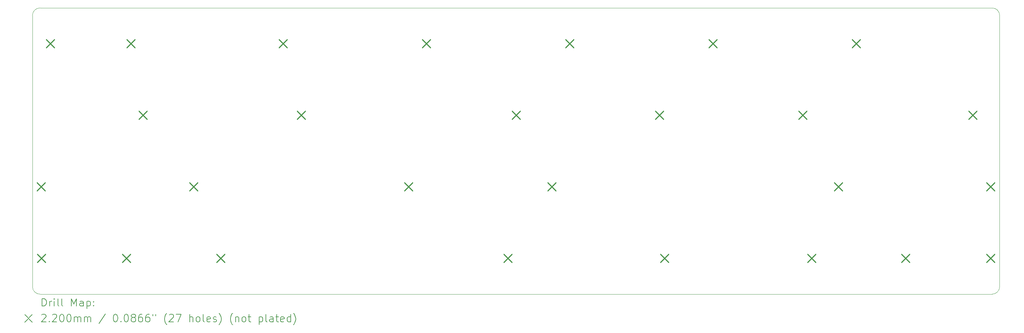
<source format=gbr>
%TF.GenerationSoftware,KiCad,Pcbnew,7.0.8-7.0.8~ubuntu23.04.1*%
%TF.CreationDate,Date%
%TF.ProjectId,plate,706c6174-652e-46b6-9963-61645f706362,rev?*%
%TF.SameCoordinates,Original*%
%TF.FileFunction,Drillmap*%
%TF.FilePolarity,Positive*%
%FSLAX45Y45*%
G04 Gerber Fmt 4.5, Leading zero omitted, Abs format (unit mm)*
G04 Created by KiCad*
%MOMM*%
%LPD*%
G01*
G04 APERTURE LIST*
%ADD10C,0.100000*%
%ADD11C,0.200000*%
%ADD12C,0.220000*%
G04 APERTURE END LIST*
D10*
X2136375Y-5359750D02*
G75*
G03*
X1936375Y-5559750I0J-200000D01*
G01*
X1936375Y-12779750D02*
X1936375Y-5559750D01*
X27653875Y-5559750D02*
X27653875Y-12779750D01*
X27453875Y-12979745D02*
G75*
G03*
X27653875Y-12779750I5J199995D01*
G01*
X1936375Y-12779750D02*
G75*
G03*
X2136375Y-12979750I200000J0D01*
G01*
X27453875Y-5359750D02*
X2136375Y-5359750D01*
X2136375Y-12979750D02*
X27453875Y-12979750D01*
X27653880Y-5559750D02*
G75*
G03*
X27453875Y-5359750I-200000J0D01*
G01*
D11*
D12*
X2057000Y-10012250D02*
X2277000Y-10232250D01*
X2277000Y-10012250D02*
X2057000Y-10232250D01*
X2064500Y-11917250D02*
X2284500Y-12137250D01*
X2284500Y-11917250D02*
X2064500Y-12137250D01*
X2302625Y-6202250D02*
X2522625Y-6422250D01*
X2522625Y-6202250D02*
X2302625Y-6422250D01*
X4326688Y-11917250D02*
X4546688Y-12137250D01*
X4546688Y-11917250D02*
X4326688Y-12137250D01*
X4445750Y-6202250D02*
X4665750Y-6422250D01*
X4665750Y-6202250D02*
X4445750Y-6422250D01*
X4764500Y-8107250D02*
X4984500Y-8327250D01*
X4984500Y-8107250D02*
X4764500Y-8327250D01*
X6112625Y-10012250D02*
X6332625Y-10232250D01*
X6332625Y-10012250D02*
X6112625Y-10232250D01*
X6827000Y-11917250D02*
X7047000Y-12137250D01*
X7047000Y-11917250D02*
X6827000Y-12137250D01*
X8493875Y-6202250D02*
X8713875Y-6422250D01*
X8713875Y-6202250D02*
X8493875Y-6422250D01*
X8970125Y-8107250D02*
X9190125Y-8327250D01*
X9190125Y-8107250D02*
X8970125Y-8327250D01*
X11827625Y-10012250D02*
X12047625Y-10232250D01*
X12047625Y-10012250D02*
X11827625Y-10232250D01*
X12303875Y-6202250D02*
X12523875Y-6422250D01*
X12523875Y-6202250D02*
X12303875Y-6422250D01*
X14465862Y-11917215D02*
X14685862Y-12137215D01*
X14685862Y-11917215D02*
X14465862Y-12137215D01*
X14687625Y-8107250D02*
X14907625Y-8327250D01*
X14907625Y-8107250D02*
X14687625Y-8327250D01*
X15637625Y-10012250D02*
X15857625Y-10232250D01*
X15857625Y-10012250D02*
X15637625Y-10232250D01*
X16113875Y-6202250D02*
X16333875Y-6422250D01*
X16333875Y-6202250D02*
X16113875Y-6422250D01*
X18495125Y-8107250D02*
X18715125Y-8327250D01*
X18715125Y-8107250D02*
X18495125Y-8327250D01*
X18633050Y-11917250D02*
X18853050Y-12137250D01*
X18853050Y-11917250D02*
X18633050Y-12137250D01*
X19923875Y-6202250D02*
X20143875Y-6422250D01*
X20143875Y-6202250D02*
X19923875Y-6422250D01*
X22305125Y-8107250D02*
X22525125Y-8327250D01*
X22525125Y-8107250D02*
X22305125Y-8327250D01*
X22543170Y-11917250D02*
X22763170Y-12137250D01*
X22763170Y-11917250D02*
X22543170Y-12137250D01*
X23257625Y-10012250D02*
X23477625Y-10232250D01*
X23477625Y-10012250D02*
X23257625Y-10232250D01*
X23733875Y-6202250D02*
X23953875Y-6422250D01*
X23953875Y-6202250D02*
X23733875Y-6422250D01*
X25043562Y-11917250D02*
X25263562Y-12137250D01*
X25263562Y-11917250D02*
X25043562Y-12137250D01*
X26829500Y-8107250D02*
X27049500Y-8327250D01*
X27049500Y-8107250D02*
X26829500Y-8327250D01*
X27305750Y-10012250D02*
X27525750Y-10232250D01*
X27525750Y-10012250D02*
X27305750Y-10232250D01*
X27305750Y-11917250D02*
X27525750Y-12137250D01*
X27525750Y-11917250D02*
X27305750Y-12137250D01*
D11*
X2192152Y-13296234D02*
X2192152Y-13096234D01*
X2192152Y-13096234D02*
X2239771Y-13096234D01*
X2239771Y-13096234D02*
X2268342Y-13105758D01*
X2268342Y-13105758D02*
X2287390Y-13124805D01*
X2287390Y-13124805D02*
X2296914Y-13143853D01*
X2296914Y-13143853D02*
X2306438Y-13181948D01*
X2306438Y-13181948D02*
X2306438Y-13210519D01*
X2306438Y-13210519D02*
X2296914Y-13248615D01*
X2296914Y-13248615D02*
X2287390Y-13267662D01*
X2287390Y-13267662D02*
X2268342Y-13286710D01*
X2268342Y-13286710D02*
X2239771Y-13296234D01*
X2239771Y-13296234D02*
X2192152Y-13296234D01*
X2392152Y-13296234D02*
X2392152Y-13162900D01*
X2392152Y-13200996D02*
X2401676Y-13181948D01*
X2401676Y-13181948D02*
X2411199Y-13172424D01*
X2411199Y-13172424D02*
X2430247Y-13162900D01*
X2430247Y-13162900D02*
X2449295Y-13162900D01*
X2515961Y-13296234D02*
X2515961Y-13162900D01*
X2515961Y-13096234D02*
X2506438Y-13105758D01*
X2506438Y-13105758D02*
X2515961Y-13115281D01*
X2515961Y-13115281D02*
X2525485Y-13105758D01*
X2525485Y-13105758D02*
X2515961Y-13096234D01*
X2515961Y-13096234D02*
X2515961Y-13115281D01*
X2639771Y-13296234D02*
X2620723Y-13286710D01*
X2620723Y-13286710D02*
X2611199Y-13267662D01*
X2611199Y-13267662D02*
X2611199Y-13096234D01*
X2744533Y-13296234D02*
X2725485Y-13286710D01*
X2725485Y-13286710D02*
X2715961Y-13267662D01*
X2715961Y-13267662D02*
X2715961Y-13096234D01*
X2973104Y-13296234D02*
X2973104Y-13096234D01*
X2973104Y-13096234D02*
X3039771Y-13239091D01*
X3039771Y-13239091D02*
X3106437Y-13096234D01*
X3106437Y-13096234D02*
X3106437Y-13296234D01*
X3287390Y-13296234D02*
X3287390Y-13191472D01*
X3287390Y-13191472D02*
X3277866Y-13172424D01*
X3277866Y-13172424D02*
X3258818Y-13162900D01*
X3258818Y-13162900D02*
X3220723Y-13162900D01*
X3220723Y-13162900D02*
X3201676Y-13172424D01*
X3287390Y-13286710D02*
X3268342Y-13296234D01*
X3268342Y-13296234D02*
X3220723Y-13296234D01*
X3220723Y-13296234D02*
X3201676Y-13286710D01*
X3201676Y-13286710D02*
X3192152Y-13267662D01*
X3192152Y-13267662D02*
X3192152Y-13248615D01*
X3192152Y-13248615D02*
X3201676Y-13229567D01*
X3201676Y-13229567D02*
X3220723Y-13220043D01*
X3220723Y-13220043D02*
X3268342Y-13220043D01*
X3268342Y-13220043D02*
X3287390Y-13210519D01*
X3382628Y-13162900D02*
X3382628Y-13362900D01*
X3382628Y-13172424D02*
X3401676Y-13162900D01*
X3401676Y-13162900D02*
X3439771Y-13162900D01*
X3439771Y-13162900D02*
X3458818Y-13172424D01*
X3458818Y-13172424D02*
X3468342Y-13181948D01*
X3468342Y-13181948D02*
X3477866Y-13200996D01*
X3477866Y-13200996D02*
X3477866Y-13258138D01*
X3477866Y-13258138D02*
X3468342Y-13277186D01*
X3468342Y-13277186D02*
X3458818Y-13286710D01*
X3458818Y-13286710D02*
X3439771Y-13296234D01*
X3439771Y-13296234D02*
X3401676Y-13296234D01*
X3401676Y-13296234D02*
X3382628Y-13286710D01*
X3563580Y-13277186D02*
X3573104Y-13286710D01*
X3573104Y-13286710D02*
X3563580Y-13296234D01*
X3563580Y-13296234D02*
X3554057Y-13286710D01*
X3554057Y-13286710D02*
X3563580Y-13277186D01*
X3563580Y-13277186D02*
X3563580Y-13296234D01*
X3563580Y-13172424D02*
X3573104Y-13181948D01*
X3573104Y-13181948D02*
X3563580Y-13191472D01*
X3563580Y-13191472D02*
X3554057Y-13181948D01*
X3554057Y-13181948D02*
X3563580Y-13172424D01*
X3563580Y-13172424D02*
X3563580Y-13191472D01*
X1731375Y-13524750D02*
X1931375Y-13724750D01*
X1931375Y-13524750D02*
X1731375Y-13724750D01*
X2182628Y-13535281D02*
X2192152Y-13525758D01*
X2192152Y-13525758D02*
X2211199Y-13516234D01*
X2211199Y-13516234D02*
X2258819Y-13516234D01*
X2258819Y-13516234D02*
X2277866Y-13525758D01*
X2277866Y-13525758D02*
X2287390Y-13535281D01*
X2287390Y-13535281D02*
X2296914Y-13554329D01*
X2296914Y-13554329D02*
X2296914Y-13573377D01*
X2296914Y-13573377D02*
X2287390Y-13601948D01*
X2287390Y-13601948D02*
X2173104Y-13716234D01*
X2173104Y-13716234D02*
X2296914Y-13716234D01*
X2382628Y-13697186D02*
X2392152Y-13706710D01*
X2392152Y-13706710D02*
X2382628Y-13716234D01*
X2382628Y-13716234D02*
X2373104Y-13706710D01*
X2373104Y-13706710D02*
X2382628Y-13697186D01*
X2382628Y-13697186D02*
X2382628Y-13716234D01*
X2468342Y-13535281D02*
X2477866Y-13525758D01*
X2477866Y-13525758D02*
X2496914Y-13516234D01*
X2496914Y-13516234D02*
X2544533Y-13516234D01*
X2544533Y-13516234D02*
X2563580Y-13525758D01*
X2563580Y-13525758D02*
X2573104Y-13535281D01*
X2573104Y-13535281D02*
X2582628Y-13554329D01*
X2582628Y-13554329D02*
X2582628Y-13573377D01*
X2582628Y-13573377D02*
X2573104Y-13601948D01*
X2573104Y-13601948D02*
X2458819Y-13716234D01*
X2458819Y-13716234D02*
X2582628Y-13716234D01*
X2706438Y-13516234D02*
X2725485Y-13516234D01*
X2725485Y-13516234D02*
X2744533Y-13525758D01*
X2744533Y-13525758D02*
X2754057Y-13535281D01*
X2754057Y-13535281D02*
X2763580Y-13554329D01*
X2763580Y-13554329D02*
X2773104Y-13592424D01*
X2773104Y-13592424D02*
X2773104Y-13640043D01*
X2773104Y-13640043D02*
X2763580Y-13678138D01*
X2763580Y-13678138D02*
X2754057Y-13697186D01*
X2754057Y-13697186D02*
X2744533Y-13706710D01*
X2744533Y-13706710D02*
X2725485Y-13716234D01*
X2725485Y-13716234D02*
X2706438Y-13716234D01*
X2706438Y-13716234D02*
X2687390Y-13706710D01*
X2687390Y-13706710D02*
X2677866Y-13697186D01*
X2677866Y-13697186D02*
X2668342Y-13678138D01*
X2668342Y-13678138D02*
X2658819Y-13640043D01*
X2658819Y-13640043D02*
X2658819Y-13592424D01*
X2658819Y-13592424D02*
X2668342Y-13554329D01*
X2668342Y-13554329D02*
X2677866Y-13535281D01*
X2677866Y-13535281D02*
X2687390Y-13525758D01*
X2687390Y-13525758D02*
X2706438Y-13516234D01*
X2896914Y-13516234D02*
X2915961Y-13516234D01*
X2915961Y-13516234D02*
X2935009Y-13525758D01*
X2935009Y-13525758D02*
X2944533Y-13535281D01*
X2944533Y-13535281D02*
X2954057Y-13554329D01*
X2954057Y-13554329D02*
X2963580Y-13592424D01*
X2963580Y-13592424D02*
X2963580Y-13640043D01*
X2963580Y-13640043D02*
X2954057Y-13678138D01*
X2954057Y-13678138D02*
X2944533Y-13697186D01*
X2944533Y-13697186D02*
X2935009Y-13706710D01*
X2935009Y-13706710D02*
X2915961Y-13716234D01*
X2915961Y-13716234D02*
X2896914Y-13716234D01*
X2896914Y-13716234D02*
X2877866Y-13706710D01*
X2877866Y-13706710D02*
X2868342Y-13697186D01*
X2868342Y-13697186D02*
X2858818Y-13678138D01*
X2858818Y-13678138D02*
X2849295Y-13640043D01*
X2849295Y-13640043D02*
X2849295Y-13592424D01*
X2849295Y-13592424D02*
X2858818Y-13554329D01*
X2858818Y-13554329D02*
X2868342Y-13535281D01*
X2868342Y-13535281D02*
X2877866Y-13525758D01*
X2877866Y-13525758D02*
X2896914Y-13516234D01*
X3049295Y-13716234D02*
X3049295Y-13582900D01*
X3049295Y-13601948D02*
X3058818Y-13592424D01*
X3058818Y-13592424D02*
X3077866Y-13582900D01*
X3077866Y-13582900D02*
X3106438Y-13582900D01*
X3106438Y-13582900D02*
X3125485Y-13592424D01*
X3125485Y-13592424D02*
X3135009Y-13611472D01*
X3135009Y-13611472D02*
X3135009Y-13716234D01*
X3135009Y-13611472D02*
X3144533Y-13592424D01*
X3144533Y-13592424D02*
X3163580Y-13582900D01*
X3163580Y-13582900D02*
X3192152Y-13582900D01*
X3192152Y-13582900D02*
X3211199Y-13592424D01*
X3211199Y-13592424D02*
X3220723Y-13611472D01*
X3220723Y-13611472D02*
X3220723Y-13716234D01*
X3315961Y-13716234D02*
X3315961Y-13582900D01*
X3315961Y-13601948D02*
X3325485Y-13592424D01*
X3325485Y-13592424D02*
X3344533Y-13582900D01*
X3344533Y-13582900D02*
X3373104Y-13582900D01*
X3373104Y-13582900D02*
X3392152Y-13592424D01*
X3392152Y-13592424D02*
X3401676Y-13611472D01*
X3401676Y-13611472D02*
X3401676Y-13716234D01*
X3401676Y-13611472D02*
X3411199Y-13592424D01*
X3411199Y-13592424D02*
X3430247Y-13582900D01*
X3430247Y-13582900D02*
X3458818Y-13582900D01*
X3458818Y-13582900D02*
X3477866Y-13592424D01*
X3477866Y-13592424D02*
X3487390Y-13611472D01*
X3487390Y-13611472D02*
X3487390Y-13716234D01*
X3877866Y-13506710D02*
X3706438Y-13763853D01*
X4135009Y-13516234D02*
X4154057Y-13516234D01*
X4154057Y-13516234D02*
X4173104Y-13525758D01*
X4173104Y-13525758D02*
X4182628Y-13535281D01*
X4182628Y-13535281D02*
X4192152Y-13554329D01*
X4192152Y-13554329D02*
X4201676Y-13592424D01*
X4201676Y-13592424D02*
X4201676Y-13640043D01*
X4201676Y-13640043D02*
X4192152Y-13678138D01*
X4192152Y-13678138D02*
X4182628Y-13697186D01*
X4182628Y-13697186D02*
X4173104Y-13706710D01*
X4173104Y-13706710D02*
X4154057Y-13716234D01*
X4154057Y-13716234D02*
X4135009Y-13716234D01*
X4135009Y-13716234D02*
X4115961Y-13706710D01*
X4115961Y-13706710D02*
X4106438Y-13697186D01*
X4106438Y-13697186D02*
X4096914Y-13678138D01*
X4096914Y-13678138D02*
X4087390Y-13640043D01*
X4087390Y-13640043D02*
X4087390Y-13592424D01*
X4087390Y-13592424D02*
X4096914Y-13554329D01*
X4096914Y-13554329D02*
X4106438Y-13535281D01*
X4106438Y-13535281D02*
X4115961Y-13525758D01*
X4115961Y-13525758D02*
X4135009Y-13516234D01*
X4287390Y-13697186D02*
X4296914Y-13706710D01*
X4296914Y-13706710D02*
X4287390Y-13716234D01*
X4287390Y-13716234D02*
X4277866Y-13706710D01*
X4277866Y-13706710D02*
X4287390Y-13697186D01*
X4287390Y-13697186D02*
X4287390Y-13716234D01*
X4420723Y-13516234D02*
X4439771Y-13516234D01*
X4439771Y-13516234D02*
X4458819Y-13525758D01*
X4458819Y-13525758D02*
X4468343Y-13535281D01*
X4468343Y-13535281D02*
X4477866Y-13554329D01*
X4477866Y-13554329D02*
X4487390Y-13592424D01*
X4487390Y-13592424D02*
X4487390Y-13640043D01*
X4487390Y-13640043D02*
X4477866Y-13678138D01*
X4477866Y-13678138D02*
X4468343Y-13697186D01*
X4468343Y-13697186D02*
X4458819Y-13706710D01*
X4458819Y-13706710D02*
X4439771Y-13716234D01*
X4439771Y-13716234D02*
X4420723Y-13716234D01*
X4420723Y-13716234D02*
X4401676Y-13706710D01*
X4401676Y-13706710D02*
X4392152Y-13697186D01*
X4392152Y-13697186D02*
X4382628Y-13678138D01*
X4382628Y-13678138D02*
X4373104Y-13640043D01*
X4373104Y-13640043D02*
X4373104Y-13592424D01*
X4373104Y-13592424D02*
X4382628Y-13554329D01*
X4382628Y-13554329D02*
X4392152Y-13535281D01*
X4392152Y-13535281D02*
X4401676Y-13525758D01*
X4401676Y-13525758D02*
X4420723Y-13516234D01*
X4601676Y-13601948D02*
X4582628Y-13592424D01*
X4582628Y-13592424D02*
X4573104Y-13582900D01*
X4573104Y-13582900D02*
X4563581Y-13563853D01*
X4563581Y-13563853D02*
X4563581Y-13554329D01*
X4563581Y-13554329D02*
X4573104Y-13535281D01*
X4573104Y-13535281D02*
X4582628Y-13525758D01*
X4582628Y-13525758D02*
X4601676Y-13516234D01*
X4601676Y-13516234D02*
X4639771Y-13516234D01*
X4639771Y-13516234D02*
X4658819Y-13525758D01*
X4658819Y-13525758D02*
X4668343Y-13535281D01*
X4668343Y-13535281D02*
X4677866Y-13554329D01*
X4677866Y-13554329D02*
X4677866Y-13563853D01*
X4677866Y-13563853D02*
X4668343Y-13582900D01*
X4668343Y-13582900D02*
X4658819Y-13592424D01*
X4658819Y-13592424D02*
X4639771Y-13601948D01*
X4639771Y-13601948D02*
X4601676Y-13601948D01*
X4601676Y-13601948D02*
X4582628Y-13611472D01*
X4582628Y-13611472D02*
X4573104Y-13620996D01*
X4573104Y-13620996D02*
X4563581Y-13640043D01*
X4563581Y-13640043D02*
X4563581Y-13678138D01*
X4563581Y-13678138D02*
X4573104Y-13697186D01*
X4573104Y-13697186D02*
X4582628Y-13706710D01*
X4582628Y-13706710D02*
X4601676Y-13716234D01*
X4601676Y-13716234D02*
X4639771Y-13716234D01*
X4639771Y-13716234D02*
X4658819Y-13706710D01*
X4658819Y-13706710D02*
X4668343Y-13697186D01*
X4668343Y-13697186D02*
X4677866Y-13678138D01*
X4677866Y-13678138D02*
X4677866Y-13640043D01*
X4677866Y-13640043D02*
X4668343Y-13620996D01*
X4668343Y-13620996D02*
X4658819Y-13611472D01*
X4658819Y-13611472D02*
X4639771Y-13601948D01*
X4849295Y-13516234D02*
X4811200Y-13516234D01*
X4811200Y-13516234D02*
X4792152Y-13525758D01*
X4792152Y-13525758D02*
X4782628Y-13535281D01*
X4782628Y-13535281D02*
X4763581Y-13563853D01*
X4763581Y-13563853D02*
X4754057Y-13601948D01*
X4754057Y-13601948D02*
X4754057Y-13678138D01*
X4754057Y-13678138D02*
X4763581Y-13697186D01*
X4763581Y-13697186D02*
X4773104Y-13706710D01*
X4773104Y-13706710D02*
X4792152Y-13716234D01*
X4792152Y-13716234D02*
X4830247Y-13716234D01*
X4830247Y-13716234D02*
X4849295Y-13706710D01*
X4849295Y-13706710D02*
X4858819Y-13697186D01*
X4858819Y-13697186D02*
X4868343Y-13678138D01*
X4868343Y-13678138D02*
X4868343Y-13630519D01*
X4868343Y-13630519D02*
X4858819Y-13611472D01*
X4858819Y-13611472D02*
X4849295Y-13601948D01*
X4849295Y-13601948D02*
X4830247Y-13592424D01*
X4830247Y-13592424D02*
X4792152Y-13592424D01*
X4792152Y-13592424D02*
X4773104Y-13601948D01*
X4773104Y-13601948D02*
X4763581Y-13611472D01*
X4763581Y-13611472D02*
X4754057Y-13630519D01*
X5039771Y-13516234D02*
X5001676Y-13516234D01*
X5001676Y-13516234D02*
X4982628Y-13525758D01*
X4982628Y-13525758D02*
X4973104Y-13535281D01*
X4973104Y-13535281D02*
X4954057Y-13563853D01*
X4954057Y-13563853D02*
X4944533Y-13601948D01*
X4944533Y-13601948D02*
X4944533Y-13678138D01*
X4944533Y-13678138D02*
X4954057Y-13697186D01*
X4954057Y-13697186D02*
X4963581Y-13706710D01*
X4963581Y-13706710D02*
X4982628Y-13716234D01*
X4982628Y-13716234D02*
X5020724Y-13716234D01*
X5020724Y-13716234D02*
X5039771Y-13706710D01*
X5039771Y-13706710D02*
X5049295Y-13697186D01*
X5049295Y-13697186D02*
X5058819Y-13678138D01*
X5058819Y-13678138D02*
X5058819Y-13630519D01*
X5058819Y-13630519D02*
X5049295Y-13611472D01*
X5049295Y-13611472D02*
X5039771Y-13601948D01*
X5039771Y-13601948D02*
X5020724Y-13592424D01*
X5020724Y-13592424D02*
X4982628Y-13592424D01*
X4982628Y-13592424D02*
X4963581Y-13601948D01*
X4963581Y-13601948D02*
X4954057Y-13611472D01*
X4954057Y-13611472D02*
X4944533Y-13630519D01*
X5135009Y-13516234D02*
X5135009Y-13554329D01*
X5211200Y-13516234D02*
X5211200Y-13554329D01*
X5506438Y-13792424D02*
X5496914Y-13782900D01*
X5496914Y-13782900D02*
X5477866Y-13754329D01*
X5477866Y-13754329D02*
X5468343Y-13735281D01*
X5468343Y-13735281D02*
X5458819Y-13706710D01*
X5458819Y-13706710D02*
X5449295Y-13659091D01*
X5449295Y-13659091D02*
X5449295Y-13620996D01*
X5449295Y-13620996D02*
X5458819Y-13573377D01*
X5458819Y-13573377D02*
X5468343Y-13544805D01*
X5468343Y-13544805D02*
X5477866Y-13525758D01*
X5477866Y-13525758D02*
X5496914Y-13497186D01*
X5496914Y-13497186D02*
X5506438Y-13487662D01*
X5573105Y-13535281D02*
X5582628Y-13525758D01*
X5582628Y-13525758D02*
X5601676Y-13516234D01*
X5601676Y-13516234D02*
X5649295Y-13516234D01*
X5649295Y-13516234D02*
X5668343Y-13525758D01*
X5668343Y-13525758D02*
X5677866Y-13535281D01*
X5677866Y-13535281D02*
X5687390Y-13554329D01*
X5687390Y-13554329D02*
X5687390Y-13573377D01*
X5687390Y-13573377D02*
X5677866Y-13601948D01*
X5677866Y-13601948D02*
X5563581Y-13716234D01*
X5563581Y-13716234D02*
X5687390Y-13716234D01*
X5754057Y-13516234D02*
X5887390Y-13516234D01*
X5887390Y-13516234D02*
X5801676Y-13716234D01*
X6115962Y-13716234D02*
X6115962Y-13516234D01*
X6201676Y-13716234D02*
X6201676Y-13611472D01*
X6201676Y-13611472D02*
X6192152Y-13592424D01*
X6192152Y-13592424D02*
X6173105Y-13582900D01*
X6173105Y-13582900D02*
X6144533Y-13582900D01*
X6144533Y-13582900D02*
X6125485Y-13592424D01*
X6125485Y-13592424D02*
X6115962Y-13601948D01*
X6325485Y-13716234D02*
X6306438Y-13706710D01*
X6306438Y-13706710D02*
X6296914Y-13697186D01*
X6296914Y-13697186D02*
X6287390Y-13678138D01*
X6287390Y-13678138D02*
X6287390Y-13620996D01*
X6287390Y-13620996D02*
X6296914Y-13601948D01*
X6296914Y-13601948D02*
X6306438Y-13592424D01*
X6306438Y-13592424D02*
X6325485Y-13582900D01*
X6325485Y-13582900D02*
X6354057Y-13582900D01*
X6354057Y-13582900D02*
X6373105Y-13592424D01*
X6373105Y-13592424D02*
X6382628Y-13601948D01*
X6382628Y-13601948D02*
X6392152Y-13620996D01*
X6392152Y-13620996D02*
X6392152Y-13678138D01*
X6392152Y-13678138D02*
X6382628Y-13697186D01*
X6382628Y-13697186D02*
X6373105Y-13706710D01*
X6373105Y-13706710D02*
X6354057Y-13716234D01*
X6354057Y-13716234D02*
X6325485Y-13716234D01*
X6506438Y-13716234D02*
X6487390Y-13706710D01*
X6487390Y-13706710D02*
X6477866Y-13687662D01*
X6477866Y-13687662D02*
X6477866Y-13516234D01*
X6658819Y-13706710D02*
X6639771Y-13716234D01*
X6639771Y-13716234D02*
X6601676Y-13716234D01*
X6601676Y-13716234D02*
X6582628Y-13706710D01*
X6582628Y-13706710D02*
X6573105Y-13687662D01*
X6573105Y-13687662D02*
X6573105Y-13611472D01*
X6573105Y-13611472D02*
X6582628Y-13592424D01*
X6582628Y-13592424D02*
X6601676Y-13582900D01*
X6601676Y-13582900D02*
X6639771Y-13582900D01*
X6639771Y-13582900D02*
X6658819Y-13592424D01*
X6658819Y-13592424D02*
X6668343Y-13611472D01*
X6668343Y-13611472D02*
X6668343Y-13630519D01*
X6668343Y-13630519D02*
X6573105Y-13649567D01*
X6744533Y-13706710D02*
X6763581Y-13716234D01*
X6763581Y-13716234D02*
X6801676Y-13716234D01*
X6801676Y-13716234D02*
X6820724Y-13706710D01*
X6820724Y-13706710D02*
X6830247Y-13687662D01*
X6830247Y-13687662D02*
X6830247Y-13678138D01*
X6830247Y-13678138D02*
X6820724Y-13659091D01*
X6820724Y-13659091D02*
X6801676Y-13649567D01*
X6801676Y-13649567D02*
X6773105Y-13649567D01*
X6773105Y-13649567D02*
X6754057Y-13640043D01*
X6754057Y-13640043D02*
X6744533Y-13620996D01*
X6744533Y-13620996D02*
X6744533Y-13611472D01*
X6744533Y-13611472D02*
X6754057Y-13592424D01*
X6754057Y-13592424D02*
X6773105Y-13582900D01*
X6773105Y-13582900D02*
X6801676Y-13582900D01*
X6801676Y-13582900D02*
X6820724Y-13592424D01*
X6896914Y-13792424D02*
X6906438Y-13782900D01*
X6906438Y-13782900D02*
X6925486Y-13754329D01*
X6925486Y-13754329D02*
X6935009Y-13735281D01*
X6935009Y-13735281D02*
X6944533Y-13706710D01*
X6944533Y-13706710D02*
X6954057Y-13659091D01*
X6954057Y-13659091D02*
X6954057Y-13620996D01*
X6954057Y-13620996D02*
X6944533Y-13573377D01*
X6944533Y-13573377D02*
X6935009Y-13544805D01*
X6935009Y-13544805D02*
X6925486Y-13525758D01*
X6925486Y-13525758D02*
X6906438Y-13497186D01*
X6906438Y-13497186D02*
X6896914Y-13487662D01*
X7258819Y-13792424D02*
X7249295Y-13782900D01*
X7249295Y-13782900D02*
X7230247Y-13754329D01*
X7230247Y-13754329D02*
X7220724Y-13735281D01*
X7220724Y-13735281D02*
X7211200Y-13706710D01*
X7211200Y-13706710D02*
X7201676Y-13659091D01*
X7201676Y-13659091D02*
X7201676Y-13620996D01*
X7201676Y-13620996D02*
X7211200Y-13573377D01*
X7211200Y-13573377D02*
X7220724Y-13544805D01*
X7220724Y-13544805D02*
X7230247Y-13525758D01*
X7230247Y-13525758D02*
X7249295Y-13497186D01*
X7249295Y-13497186D02*
X7258819Y-13487662D01*
X7335009Y-13582900D02*
X7335009Y-13716234D01*
X7335009Y-13601948D02*
X7344533Y-13592424D01*
X7344533Y-13592424D02*
X7363581Y-13582900D01*
X7363581Y-13582900D02*
X7392152Y-13582900D01*
X7392152Y-13582900D02*
X7411200Y-13592424D01*
X7411200Y-13592424D02*
X7420724Y-13611472D01*
X7420724Y-13611472D02*
X7420724Y-13716234D01*
X7544533Y-13716234D02*
X7525486Y-13706710D01*
X7525486Y-13706710D02*
X7515962Y-13697186D01*
X7515962Y-13697186D02*
X7506438Y-13678138D01*
X7506438Y-13678138D02*
X7506438Y-13620996D01*
X7506438Y-13620996D02*
X7515962Y-13601948D01*
X7515962Y-13601948D02*
X7525486Y-13592424D01*
X7525486Y-13592424D02*
X7544533Y-13582900D01*
X7544533Y-13582900D02*
X7573105Y-13582900D01*
X7573105Y-13582900D02*
X7592152Y-13592424D01*
X7592152Y-13592424D02*
X7601676Y-13601948D01*
X7601676Y-13601948D02*
X7611200Y-13620996D01*
X7611200Y-13620996D02*
X7611200Y-13678138D01*
X7611200Y-13678138D02*
X7601676Y-13697186D01*
X7601676Y-13697186D02*
X7592152Y-13706710D01*
X7592152Y-13706710D02*
X7573105Y-13716234D01*
X7573105Y-13716234D02*
X7544533Y-13716234D01*
X7668343Y-13582900D02*
X7744533Y-13582900D01*
X7696914Y-13516234D02*
X7696914Y-13687662D01*
X7696914Y-13687662D02*
X7706438Y-13706710D01*
X7706438Y-13706710D02*
X7725486Y-13716234D01*
X7725486Y-13716234D02*
X7744533Y-13716234D01*
X7963581Y-13582900D02*
X7963581Y-13782900D01*
X7963581Y-13592424D02*
X7982628Y-13582900D01*
X7982628Y-13582900D02*
X8020724Y-13582900D01*
X8020724Y-13582900D02*
X8039771Y-13592424D01*
X8039771Y-13592424D02*
X8049295Y-13601948D01*
X8049295Y-13601948D02*
X8058819Y-13620996D01*
X8058819Y-13620996D02*
X8058819Y-13678138D01*
X8058819Y-13678138D02*
X8049295Y-13697186D01*
X8049295Y-13697186D02*
X8039771Y-13706710D01*
X8039771Y-13706710D02*
X8020724Y-13716234D01*
X8020724Y-13716234D02*
X7982628Y-13716234D01*
X7982628Y-13716234D02*
X7963581Y-13706710D01*
X8173105Y-13716234D02*
X8154057Y-13706710D01*
X8154057Y-13706710D02*
X8144533Y-13687662D01*
X8144533Y-13687662D02*
X8144533Y-13516234D01*
X8335009Y-13716234D02*
X8335009Y-13611472D01*
X8335009Y-13611472D02*
X8325486Y-13592424D01*
X8325486Y-13592424D02*
X8306438Y-13582900D01*
X8306438Y-13582900D02*
X8268343Y-13582900D01*
X8268343Y-13582900D02*
X8249295Y-13592424D01*
X8335009Y-13706710D02*
X8315962Y-13716234D01*
X8315962Y-13716234D02*
X8268343Y-13716234D01*
X8268343Y-13716234D02*
X8249295Y-13706710D01*
X8249295Y-13706710D02*
X8239771Y-13687662D01*
X8239771Y-13687662D02*
X8239771Y-13668615D01*
X8239771Y-13668615D02*
X8249295Y-13649567D01*
X8249295Y-13649567D02*
X8268343Y-13640043D01*
X8268343Y-13640043D02*
X8315962Y-13640043D01*
X8315962Y-13640043D02*
X8335009Y-13630519D01*
X8401676Y-13582900D02*
X8477867Y-13582900D01*
X8430248Y-13516234D02*
X8430248Y-13687662D01*
X8430248Y-13687662D02*
X8439771Y-13706710D01*
X8439771Y-13706710D02*
X8458819Y-13716234D01*
X8458819Y-13716234D02*
X8477867Y-13716234D01*
X8620724Y-13706710D02*
X8601676Y-13716234D01*
X8601676Y-13716234D02*
X8563581Y-13716234D01*
X8563581Y-13716234D02*
X8544533Y-13706710D01*
X8544533Y-13706710D02*
X8535010Y-13687662D01*
X8535010Y-13687662D02*
X8535010Y-13611472D01*
X8535010Y-13611472D02*
X8544533Y-13592424D01*
X8544533Y-13592424D02*
X8563581Y-13582900D01*
X8563581Y-13582900D02*
X8601676Y-13582900D01*
X8601676Y-13582900D02*
X8620724Y-13592424D01*
X8620724Y-13592424D02*
X8630248Y-13611472D01*
X8630248Y-13611472D02*
X8630248Y-13630519D01*
X8630248Y-13630519D02*
X8535010Y-13649567D01*
X8801676Y-13716234D02*
X8801676Y-13516234D01*
X8801676Y-13706710D02*
X8782629Y-13716234D01*
X8782629Y-13716234D02*
X8744533Y-13716234D01*
X8744533Y-13716234D02*
X8725486Y-13706710D01*
X8725486Y-13706710D02*
X8715962Y-13697186D01*
X8715962Y-13697186D02*
X8706438Y-13678138D01*
X8706438Y-13678138D02*
X8706438Y-13620996D01*
X8706438Y-13620996D02*
X8715962Y-13601948D01*
X8715962Y-13601948D02*
X8725486Y-13592424D01*
X8725486Y-13592424D02*
X8744533Y-13582900D01*
X8744533Y-13582900D02*
X8782629Y-13582900D01*
X8782629Y-13582900D02*
X8801676Y-13592424D01*
X8877867Y-13792424D02*
X8887391Y-13782900D01*
X8887391Y-13782900D02*
X8906438Y-13754329D01*
X8906438Y-13754329D02*
X8915962Y-13735281D01*
X8915962Y-13735281D02*
X8925486Y-13706710D01*
X8925486Y-13706710D02*
X8935010Y-13659091D01*
X8935010Y-13659091D02*
X8935010Y-13620996D01*
X8935010Y-13620996D02*
X8925486Y-13573377D01*
X8925486Y-13573377D02*
X8915962Y-13544805D01*
X8915962Y-13544805D02*
X8906438Y-13525758D01*
X8906438Y-13525758D02*
X8887391Y-13497186D01*
X8887391Y-13497186D02*
X8877867Y-13487662D01*
M02*

</source>
